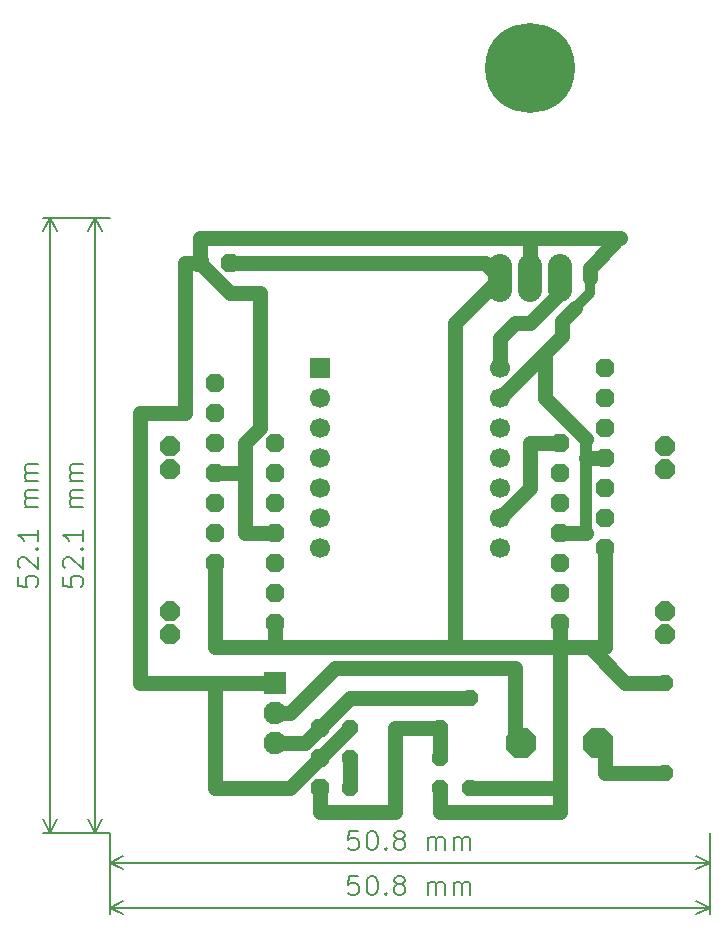
<source format=gbr>
%TF.GenerationSoftware,KiCad,Pcbnew,(6.0.8)*%
%TF.CreationDate,2023-06-23T13:52:40-05:00*%
%TF.ProjectId,uTerreSoRo_v4.1_bigger_pads_RSC,75546572-7265-4536-9f52-6f5f76342e31,rev?*%
%TF.SameCoordinates,Original*%
%TF.FileFunction,Copper,L1,Top*%
%TF.FilePolarity,Positive*%
%FSLAX46Y46*%
G04 Gerber Fmt 4.6, Leading zero omitted, Abs format (unit mm)*
G04 Created by KiCad (PCBNEW (6.0.8)) date 2023-06-23 13:52:40*
%MOMM*%
%LPD*%
G01*
G04 APERTURE LIST*
G04 Aperture macros list*
%AMOutline5P*
0 Free polygon, 5 corners , with rotation*
0 The origin of the aperture is its center*
0 number of corners: always 5*
0 $1 to $10 corner X, Y*
0 $11 Rotation angle, in degrees counterclockwise*
0 create outline with 5 corners*
4,1,5,$1,$2,$3,$4,$5,$6,$7,$8,$9,$10,$1,$2,$11*%
%AMOutline6P*
0 Free polygon, 6 corners , with rotation*
0 The origin of the aperture is its center*
0 number of corners: always 6*
0 $1 to $12 corner X, Y*
0 $13 Rotation angle, in degrees counterclockwise*
0 create outline with 6 corners*
4,1,6,$1,$2,$3,$4,$5,$6,$7,$8,$9,$10,$11,$12,$1,$2,$13*%
%AMOutline7P*
0 Free polygon, 7 corners , with rotation*
0 The origin of the aperture is its center*
0 number of corners: always 7*
0 $1 to $14 corner X, Y*
0 $15 Rotation angle, in degrees counterclockwise*
0 create outline with 7 corners*
4,1,7,$1,$2,$3,$4,$5,$6,$7,$8,$9,$10,$11,$12,$13,$14,$1,$2,$15*%
%AMOutline8P*
0 Free polygon, 8 corners , with rotation*
0 The origin of the aperture is its center*
0 number of corners: always 8*
0 $1 to $16 corner X, Y*
0 $17 Rotation angle, in degrees counterclockwise*
0 create outline with 8 corners*
4,1,8,$1,$2,$3,$4,$5,$6,$7,$8,$9,$10,$11,$12,$13,$14,$15,$16,$1,$2,$17*%
G04 Aperture macros list end*
%ADD10C,0.142240*%
%TA.AperFunction,NonConductor*%
%ADD11C,0.142240*%
%TD*%
%TA.AperFunction,NonConductor*%
%ADD12C,0.200000*%
%TD*%
%TA.AperFunction,ComponentPad*%
%ADD13Outline8P,-0.800100X0.331412X-0.331412X0.800100X0.331412X0.800100X0.800100X0.331412X0.800100X-0.331412X0.331412X-0.800100X-0.331412X-0.800100X-0.800100X-0.331412X0.000000*%
%TD*%
%TA.AperFunction,ComponentPad*%
%ADD14C,1.700000*%
%TD*%
%TA.AperFunction,ComponentPad*%
%ADD15R,1.700000X1.700000*%
%TD*%
%TA.AperFunction,ComponentPad*%
%ADD16C,7.620000*%
%TD*%
%TA.AperFunction,ComponentPad*%
%ADD17O,2.032000X4.064000*%
%TD*%
%TA.AperFunction,ComponentPad*%
%ADD18Outline8P,-0.660400X0.273547X-0.273547X0.660400X0.273547X0.660400X0.660400X0.273547X0.660400X-0.273547X0.273547X-0.660400X-0.273547X-0.660400X-0.660400X-0.273547X180.000000*%
%TD*%
%TA.AperFunction,ComponentPad*%
%ADD19Outline8P,-0.660400X0.273547X-0.273547X0.660400X0.273547X0.660400X0.660400X0.273547X0.660400X-0.273547X0.273547X-0.660400X-0.273547X-0.660400X-0.660400X-0.273547X0.000000*%
%TD*%
%TA.AperFunction,ComponentPad*%
%ADD20Outline8P,-0.660400X0.273547X-0.273547X0.660400X0.273547X0.660400X0.660400X0.273547X0.660400X-0.273547X0.273547X-0.660400X-0.273547X-0.660400X-0.660400X-0.273547X270.000000*%
%TD*%
%TA.AperFunction,ComponentPad*%
%ADD21Outline8P,-0.838200X0.347194X-0.347194X0.838200X0.347194X0.838200X0.838200X0.347194X0.838200X-0.347194X0.347194X-0.838200X-0.347194X-0.838200X-0.838200X-0.347194X90.000000*%
%TD*%
%TA.AperFunction,ComponentPad*%
%ADD22Outline8P,-0.660400X0.273547X-0.273547X0.660400X0.273547X0.660400X0.660400X0.273547X0.660400X-0.273547X0.273547X-0.660400X-0.273547X-0.660400X-0.660400X-0.273547X90.000000*%
%TD*%
%TA.AperFunction,ComponentPad*%
%ADD23Outline8P,-1.270000X0.526051X-0.526051X1.270000X0.526051X1.270000X1.270000X0.526051X1.270000X-0.526051X0.526051X-1.270000X-0.526051X-1.270000X-1.270000X-0.526051X0.000000*%
%TD*%
%TA.AperFunction,ComponentPad*%
%ADD24C,1.930400*%
%TD*%
%TA.AperFunction,ComponentPad*%
%ADD25R,1.930400X1.930400*%
%TD*%
%TA.AperFunction,Conductor*%
%ADD26C,1.270000*%
%TD*%
%TA.AperFunction,Conductor*%
%ADD27C,0.812800*%
%TD*%
%TA.AperFunction,Conductor*%
%ADD28C,1.016000*%
%TD*%
G04 APERTURE END LIST*
D10*
D11*
X119157326Y-109365626D02*
X119157326Y-110144560D01*
X119936260Y-110222453D01*
X119858366Y-110144560D01*
X119780473Y-109988773D01*
X119780473Y-109599306D01*
X119858366Y-109443520D01*
X119936260Y-109365626D01*
X120092046Y-109287733D01*
X120481513Y-109287733D01*
X120637300Y-109365626D01*
X120715193Y-109443520D01*
X120793086Y-109599306D01*
X120793086Y-109988773D01*
X120715193Y-110144560D01*
X120637300Y-110222453D01*
X119313113Y-108664586D02*
X119235220Y-108586693D01*
X119157326Y-108430906D01*
X119157326Y-108041440D01*
X119235220Y-107885653D01*
X119313113Y-107807760D01*
X119468900Y-107729866D01*
X119624686Y-107729866D01*
X119858366Y-107807760D01*
X120793086Y-108742480D01*
X120793086Y-107729866D01*
X120637300Y-107028826D02*
X120715193Y-106950933D01*
X120793086Y-107028826D01*
X120715193Y-107106720D01*
X120637300Y-107028826D01*
X120793086Y-107028826D01*
X120793086Y-105393066D02*
X120793086Y-106327786D01*
X120793086Y-105860426D02*
X119157326Y-105860426D01*
X119391006Y-106016213D01*
X119546793Y-106172000D01*
X119624686Y-106327786D01*
X120793086Y-103445733D02*
X119702580Y-103445733D01*
X119858366Y-103445733D02*
X119780473Y-103367840D01*
X119702580Y-103212053D01*
X119702580Y-102978373D01*
X119780473Y-102822586D01*
X119936260Y-102744693D01*
X120793086Y-102744693D01*
X119936260Y-102744693D02*
X119780473Y-102666800D01*
X119702580Y-102511013D01*
X119702580Y-102277333D01*
X119780473Y-102121546D01*
X119936260Y-102043653D01*
X120793086Y-102043653D01*
X120793086Y-101264720D02*
X119702580Y-101264720D01*
X119858366Y-101264720D02*
X119780473Y-101186826D01*
X119702580Y-101031040D01*
X119702580Y-100797360D01*
X119780473Y-100641573D01*
X119936260Y-100563680D01*
X120793086Y-100563680D01*
X119936260Y-100563680D02*
X119780473Y-100485786D01*
X119702580Y-100330000D01*
X119702580Y-100096320D01*
X119780473Y-99940533D01*
X119936260Y-99862640D01*
X120793086Y-99862640D01*
D12*
X123101100Y-131038600D02*
X121244680Y-131038600D01*
X123101100Y-78968600D02*
X121244680Y-78968600D01*
X121831100Y-131038600D02*
X121831100Y-78968600D01*
X121831100Y-131038600D02*
X121831100Y-78968600D01*
X121831100Y-131038600D02*
X122417521Y-129912096D01*
X121831100Y-131038600D02*
X121244679Y-129912096D01*
X121831100Y-78968600D02*
X121244679Y-80095104D01*
X121831100Y-78968600D02*
X122417521Y-80095104D01*
D10*
D11*
X144139073Y-130904826D02*
X143360140Y-130904826D01*
X143282246Y-131683760D01*
X143360140Y-131605866D01*
X143515926Y-131527973D01*
X143905393Y-131527973D01*
X144061180Y-131605866D01*
X144139073Y-131683760D01*
X144216966Y-131839546D01*
X144216966Y-132229013D01*
X144139073Y-132384800D01*
X144061180Y-132462693D01*
X143905393Y-132540586D01*
X143515926Y-132540586D01*
X143360140Y-132462693D01*
X143282246Y-132384800D01*
X145229580Y-130904826D02*
X145385366Y-130904826D01*
X145541153Y-130982720D01*
X145619046Y-131060613D01*
X145696940Y-131216400D01*
X145774833Y-131527973D01*
X145774833Y-131917440D01*
X145696940Y-132229013D01*
X145619046Y-132384800D01*
X145541153Y-132462693D01*
X145385366Y-132540586D01*
X145229580Y-132540586D01*
X145073793Y-132462693D01*
X144995900Y-132384800D01*
X144918006Y-132229013D01*
X144840113Y-131917440D01*
X144840113Y-131527973D01*
X144918006Y-131216400D01*
X144995900Y-131060613D01*
X145073793Y-130982720D01*
X145229580Y-130904826D01*
X146475873Y-132384800D02*
X146553766Y-132462693D01*
X146475873Y-132540586D01*
X146397980Y-132462693D01*
X146475873Y-132384800D01*
X146475873Y-132540586D01*
X147488486Y-131605866D02*
X147332700Y-131527973D01*
X147254806Y-131450080D01*
X147176913Y-131294293D01*
X147176913Y-131216400D01*
X147254806Y-131060613D01*
X147332700Y-130982720D01*
X147488486Y-130904826D01*
X147800060Y-130904826D01*
X147955846Y-130982720D01*
X148033740Y-131060613D01*
X148111633Y-131216400D01*
X148111633Y-131294293D01*
X148033740Y-131450080D01*
X147955846Y-131527973D01*
X147800060Y-131605866D01*
X147488486Y-131605866D01*
X147332700Y-131683760D01*
X147254806Y-131761653D01*
X147176913Y-131917440D01*
X147176913Y-132229013D01*
X147254806Y-132384800D01*
X147332700Y-132462693D01*
X147488486Y-132540586D01*
X147800060Y-132540586D01*
X147955846Y-132462693D01*
X148033740Y-132384800D01*
X148111633Y-132229013D01*
X148111633Y-131917440D01*
X148033740Y-131761653D01*
X147955846Y-131683760D01*
X147800060Y-131605866D01*
X150058966Y-132540586D02*
X150058966Y-131450080D01*
X150058966Y-131605866D02*
X150136860Y-131527973D01*
X150292646Y-131450080D01*
X150526326Y-131450080D01*
X150682113Y-131527973D01*
X150760006Y-131683760D01*
X150760006Y-132540586D01*
X150760006Y-131683760D02*
X150837900Y-131527973D01*
X150993686Y-131450080D01*
X151227366Y-131450080D01*
X151383153Y-131527973D01*
X151461046Y-131683760D01*
X151461046Y-132540586D01*
X152239980Y-132540586D02*
X152239980Y-131450080D01*
X152239980Y-131605866D02*
X152317873Y-131527973D01*
X152473660Y-131450080D01*
X152707340Y-131450080D01*
X152863126Y-131527973D01*
X152941020Y-131683760D01*
X152941020Y-132540586D01*
X152941020Y-131683760D02*
X153018913Y-131527973D01*
X153174700Y-131450080D01*
X153408380Y-131450080D01*
X153564166Y-131527973D01*
X153642060Y-131683760D01*
X153642060Y-132540586D01*
D12*
X123101100Y-131038600D02*
X123101100Y-134165020D01*
X173901100Y-131038600D02*
X173901100Y-134165020D01*
X123101100Y-133578600D02*
X173901100Y-133578600D01*
X123101100Y-133578600D02*
X173901100Y-133578600D01*
X123101100Y-133578600D02*
X124227604Y-134165021D01*
X123101100Y-133578600D02*
X124227604Y-132992179D01*
X173901100Y-133578600D02*
X172774596Y-132992179D01*
X173901100Y-133578600D02*
X172774596Y-134165021D01*
D10*
D11*
X115347326Y-109365626D02*
X115347326Y-110144560D01*
X116126260Y-110222453D01*
X116048366Y-110144560D01*
X115970473Y-109988773D01*
X115970473Y-109599306D01*
X116048366Y-109443520D01*
X116126260Y-109365626D01*
X116282046Y-109287733D01*
X116671513Y-109287733D01*
X116827300Y-109365626D01*
X116905193Y-109443520D01*
X116983086Y-109599306D01*
X116983086Y-109988773D01*
X116905193Y-110144560D01*
X116827300Y-110222453D01*
X115503113Y-108664586D02*
X115425220Y-108586693D01*
X115347326Y-108430906D01*
X115347326Y-108041440D01*
X115425220Y-107885653D01*
X115503113Y-107807760D01*
X115658900Y-107729866D01*
X115814686Y-107729866D01*
X116048366Y-107807760D01*
X116983086Y-108742480D01*
X116983086Y-107729866D01*
X116827300Y-107028826D02*
X116905193Y-106950933D01*
X116983086Y-107028826D01*
X116905193Y-107106720D01*
X116827300Y-107028826D01*
X116983086Y-107028826D01*
X116983086Y-105393066D02*
X116983086Y-106327786D01*
X116983086Y-105860426D02*
X115347326Y-105860426D01*
X115581006Y-106016213D01*
X115736793Y-106172000D01*
X115814686Y-106327786D01*
X116983086Y-103445733D02*
X115892580Y-103445733D01*
X116048366Y-103445733D02*
X115970473Y-103367840D01*
X115892580Y-103212053D01*
X115892580Y-102978373D01*
X115970473Y-102822586D01*
X116126260Y-102744693D01*
X116983086Y-102744693D01*
X116126260Y-102744693D02*
X115970473Y-102666800D01*
X115892580Y-102511013D01*
X115892580Y-102277333D01*
X115970473Y-102121546D01*
X116126260Y-102043653D01*
X116983086Y-102043653D01*
X116983086Y-101264720D02*
X115892580Y-101264720D01*
X116048366Y-101264720D02*
X115970473Y-101186826D01*
X115892580Y-101031040D01*
X115892580Y-100797360D01*
X115970473Y-100641573D01*
X116126260Y-100563680D01*
X116983086Y-100563680D01*
X116126260Y-100563680D02*
X115970473Y-100485786D01*
X115892580Y-100330000D01*
X115892580Y-100096320D01*
X115970473Y-99940533D01*
X116126260Y-99862640D01*
X116983086Y-99862640D01*
D12*
X123101100Y-131038600D02*
X117434680Y-131038600D01*
X123101100Y-78968600D02*
X117434680Y-78968600D01*
X118021100Y-131038600D02*
X118021100Y-78968600D01*
X118021100Y-131038600D02*
X118021100Y-78968600D01*
X118021100Y-131038600D02*
X118607521Y-129912096D01*
X118021100Y-131038600D02*
X117434679Y-129912096D01*
X118021100Y-78968600D02*
X117434679Y-80095104D01*
X118021100Y-78968600D02*
X118607521Y-80095104D01*
D10*
D11*
X144139073Y-134714826D02*
X143360140Y-134714826D01*
X143282246Y-135493760D01*
X143360140Y-135415866D01*
X143515926Y-135337973D01*
X143905393Y-135337973D01*
X144061180Y-135415866D01*
X144139073Y-135493760D01*
X144216966Y-135649546D01*
X144216966Y-136039013D01*
X144139073Y-136194800D01*
X144061180Y-136272693D01*
X143905393Y-136350586D01*
X143515926Y-136350586D01*
X143360140Y-136272693D01*
X143282246Y-136194800D01*
X145229580Y-134714826D02*
X145385366Y-134714826D01*
X145541153Y-134792720D01*
X145619046Y-134870613D01*
X145696940Y-135026400D01*
X145774833Y-135337973D01*
X145774833Y-135727440D01*
X145696940Y-136039013D01*
X145619046Y-136194800D01*
X145541153Y-136272693D01*
X145385366Y-136350586D01*
X145229580Y-136350586D01*
X145073793Y-136272693D01*
X144995900Y-136194800D01*
X144918006Y-136039013D01*
X144840113Y-135727440D01*
X144840113Y-135337973D01*
X144918006Y-135026400D01*
X144995900Y-134870613D01*
X145073793Y-134792720D01*
X145229580Y-134714826D01*
X146475873Y-136194800D02*
X146553766Y-136272693D01*
X146475873Y-136350586D01*
X146397980Y-136272693D01*
X146475873Y-136194800D01*
X146475873Y-136350586D01*
X147488486Y-135415866D02*
X147332700Y-135337973D01*
X147254806Y-135260080D01*
X147176913Y-135104293D01*
X147176913Y-135026400D01*
X147254806Y-134870613D01*
X147332700Y-134792720D01*
X147488486Y-134714826D01*
X147800060Y-134714826D01*
X147955846Y-134792720D01*
X148033740Y-134870613D01*
X148111633Y-135026400D01*
X148111633Y-135104293D01*
X148033740Y-135260080D01*
X147955846Y-135337973D01*
X147800060Y-135415866D01*
X147488486Y-135415866D01*
X147332700Y-135493760D01*
X147254806Y-135571653D01*
X147176913Y-135727440D01*
X147176913Y-136039013D01*
X147254806Y-136194800D01*
X147332700Y-136272693D01*
X147488486Y-136350586D01*
X147800060Y-136350586D01*
X147955846Y-136272693D01*
X148033740Y-136194800D01*
X148111633Y-136039013D01*
X148111633Y-135727440D01*
X148033740Y-135571653D01*
X147955846Y-135493760D01*
X147800060Y-135415866D01*
X150058966Y-136350586D02*
X150058966Y-135260080D01*
X150058966Y-135415866D02*
X150136860Y-135337973D01*
X150292646Y-135260080D01*
X150526326Y-135260080D01*
X150682113Y-135337973D01*
X150760006Y-135493760D01*
X150760006Y-136350586D01*
X150760006Y-135493760D02*
X150837900Y-135337973D01*
X150993686Y-135260080D01*
X151227366Y-135260080D01*
X151383153Y-135337973D01*
X151461046Y-135493760D01*
X151461046Y-136350586D01*
X152239980Y-136350586D02*
X152239980Y-135260080D01*
X152239980Y-135415866D02*
X152317873Y-135337973D01*
X152473660Y-135260080D01*
X152707340Y-135260080D01*
X152863126Y-135337973D01*
X152941020Y-135493760D01*
X152941020Y-136350586D01*
X152941020Y-135493760D02*
X153018913Y-135337973D01*
X153174700Y-135260080D01*
X153408380Y-135260080D01*
X153564166Y-135337973D01*
X153642060Y-135493760D01*
X153642060Y-136350586D01*
D12*
X123101100Y-131038600D02*
X123101100Y-137975020D01*
X173901100Y-131038600D02*
X173901100Y-137975020D01*
X123101100Y-137388600D02*
X173901100Y-137388600D01*
X123101100Y-137388600D02*
X173901100Y-137388600D01*
X123101100Y-137388600D02*
X124227604Y-137975021D01*
X123101100Y-137388600D02*
X124227604Y-136802179D01*
X173901100Y-137388600D02*
X172774596Y-136802179D01*
X173901100Y-137388600D02*
X172774596Y-137975021D01*
D13*
%TO.P,PAD37,1*%
%TO.N,VCC*%
X133261100Y-82778600D03*
%TD*%
%TO.P,PAD38,1*%
%TO.N,GND*%
X130721100Y-82778600D03*
%TD*%
D14*
%TO.P,U1,14*%
%TO.N,VCC5V*%
X156121100Y-91668600D03*
%TO.P,U1,13*%
%TO.N,GND*%
X156121100Y-94208600D03*
%TO.P,U1,12*%
%TO.N,N/C*%
X156121100Y-96748600D03*
%TO.P,U1,11*%
%TO.N,IN7*%
X156121100Y-99288600D03*
%TO.P,U1,10*%
%TO.N,IN8*%
X156121100Y-101828600D03*
%TO.P,U1,9*%
%TO.N,IN5*%
X156121100Y-104368600D03*
%TO.P,U1,8*%
%TO.N,IN6*%
X156121100Y-106908600D03*
%TO.P,U1,7*%
%TO.N,N/C*%
X140881100Y-106908600D03*
%TO.P,U1,6*%
%TO.N,SCL*%
X140881100Y-104368600D03*
%TO.P,U1,5*%
%TO.N,SDA*%
X140881100Y-101828600D03*
%TO.P,U1,4*%
%TO.N,IN4*%
X140881100Y-99288600D03*
%TO.P,U1,3*%
%TO.N,IN3*%
X140881100Y-96748600D03*
%TO.P,U1,2*%
%TO.N,IN2*%
X140881100Y-94208600D03*
D15*
%TO.P,U1,1*%
%TO.N,IN1*%
X140881100Y-91668600D03*
%TD*%
D16*
%TO.P,U2,HEAT*%
%TO.N,GND*%
X158661100Y-66268600D03*
D17*
%TO.P,U2,3*%
%TO.N,VCC5V*%
X161201100Y-84048600D03*
%TO.P,U2,2*%
%TO.N,GND*%
X158661100Y-84048600D03*
%TO.P,U2,1*%
%TO.N,VCC*%
X156121100Y-84048600D03*
%TD*%
D13*
%TO.P,PAD39,1*%
%TO.N,VOUT*%
X140881100Y-122148600D03*
%TD*%
%TO.P,PAD40,1*%
%TO.N,GND*%
X140881100Y-124688600D03*
%TD*%
%TO.P,PAD41,1*%
%TO.N,REFV*%
X140881100Y-127228600D03*
%TD*%
D18*
%TO.P,R1,2*%
%TO.N,GND*%
X143421100Y-122148600D03*
%TO.P,R1,1*%
%TO.N,REFV*%
X151041100Y-122148600D03*
%TD*%
D19*
%TO.P,R2,2*%
%TO.N,VCC*%
X151041100Y-127228600D03*
%TO.P,R2,1*%
%TO.N,SERIES*%
X143421100Y-127228600D03*
%TD*%
%TO.P,R3,2*%
%TO.N,REFV*%
X151041100Y-124688600D03*
%TO.P,R3,1*%
%TO.N,SERIES*%
X143421100Y-124688600D03*
%TD*%
D20*
%TO.P,R4,2*%
%TO.N,VCC*%
X153581100Y-127228600D03*
%TO.P,R4,1*%
%TO.N,VOUT*%
X153581100Y-119608600D03*
%TD*%
D21*
%TO.P,P1,1*%
%TO.N,GNDM1*%
X128181100Y-98288600D03*
%TO.P,P1,2*%
%TO.N,VCCM1*%
X128181100Y-100288600D03*
%TD*%
%TO.P,P2,1*%
%TO.N,GNDM2*%
X128181100Y-112258600D03*
%TO.P,P2,2*%
%TO.N,VCCM2*%
X128181100Y-114258600D03*
%TD*%
%TO.P,P3,1*%
%TO.N,GNDM3*%
X170091100Y-112258600D03*
%TO.P,P3,2*%
%TO.N,VCCM3*%
X170091100Y-114258600D03*
%TD*%
%TO.P,P4,1*%
%TO.N,GNDM4*%
X170091100Y-98288600D03*
%TO.P,P4,2*%
%TO.N,VCCM4*%
X170091100Y-100288600D03*
%TD*%
D22*
%TO.P,R5,2*%
%TO.N,VCC*%
X170091100Y-118338600D03*
%TO.P,R5,1*%
%TO.N,BPOS*%
X170091100Y-125958600D03*
%TD*%
D23*
%TO.P,SP1,2*%
%TO.N,BPOS*%
X164452300Y-123418600D03*
%TO.P,SP1,1*%
%TO.N,DRAIN*%
X157949900Y-123418600D03*
%TD*%
D24*
%TO.P,Q1,3*%
%TO.N,VOUT*%
X137071100Y-123418600D03*
%TO.P,Q1,2*%
%TO.N,DRAIN*%
X137071100Y-120878600D03*
D25*
%TO.P,Q1,1*%
%TO.N,GND*%
X137071100Y-118338600D03*
%TD*%
D13*
%TO.P,PAD29,1*%
%TO.N,VCC*%
X131991100Y-108178600D03*
%TD*%
%TO.P,PAD30,1*%
%TO.N,N/C*%
X131991100Y-105638600D03*
%TD*%
%TO.P,PAD31,1*%
%TO.N,VCCM1*%
X131991100Y-103098600D03*
%TD*%
%TO.P,PAD32,1*%
%TO.N,GND*%
X131991100Y-100558600D03*
%TD*%
%TO.P,PAD33,1*%
%TO.N,GNDM1*%
X131991100Y-98018600D03*
%TD*%
%TO.P,PAD34,1*%
%TO.N,IN2*%
X131991100Y-95478600D03*
%TD*%
%TO.P,PAD35,1*%
%TO.N,IN1*%
X131991100Y-92938600D03*
%TD*%
%TO.P,PAD36,1*%
%TO.N,IN3*%
X137071100Y-98018600D03*
%TD*%
%TO.P,PAD42,1*%
%TO.N,IN4*%
X137071100Y-100558600D03*
%TD*%
%TO.P,PAD43,1*%
%TO.N,GNDM2*%
X137071100Y-103098600D03*
%TD*%
%TO.P,PAD44,1*%
%TO.N,GND*%
X137071100Y-105638600D03*
%TD*%
%TO.P,PAD45,1*%
%TO.N,VCCM2*%
X137071100Y-108178600D03*
%TD*%
%TO.P,PAD46,1*%
%TO.N,N/C*%
X137071100Y-110718600D03*
%TD*%
%TO.P,PAD47,1*%
%TO.N,VCC*%
X137071100Y-113258600D03*
%TD*%
%TO.P,PAD48,1*%
%TO.N,VCC*%
X161201100Y-113258600D03*
%TD*%
%TO.P,PAD49,1*%
%TO.N,N/C*%
X161201100Y-110718600D03*
%TD*%
%TO.P,PAD50,1*%
%TO.N,VCCM3*%
X161201100Y-108178600D03*
%TD*%
%TO.P,PAD51,1*%
%TO.N,GND*%
X161201100Y-105638600D03*
%TD*%
%TO.P,PAD52,1*%
%TO.N,GNDM3*%
X161201100Y-103098600D03*
%TD*%
%TO.P,PAD53,1*%
%TO.N,IN6*%
X161201100Y-100558600D03*
%TD*%
%TO.P,PAD54,1*%
%TO.N,IN5*%
X161201100Y-98018600D03*
%TD*%
%TO.P,PAD55,1*%
%TO.N,IN7*%
X165011100Y-91668600D03*
%TD*%
%TO.P,PAD56,1*%
%TO.N,IN8*%
X165011100Y-94208600D03*
%TD*%
%TO.P,PAD57,1*%
%TO.N,GNDM4*%
X165011100Y-96748600D03*
%TD*%
%TO.P,PAD58,1*%
%TO.N,GND*%
X165011100Y-99288600D03*
%TD*%
%TO.P,PAD59,1*%
%TO.N,VCCM4*%
X165011100Y-101828600D03*
%TD*%
%TO.P,PAD60,1*%
%TO.N,N/C*%
X165011100Y-104368600D03*
%TD*%
%TO.P,PAD61,1*%
%TO.N,VCC*%
X165011100Y-106908600D03*
%TD*%
D26*
%TO.N,DRAIN*%
X138341100Y-120878600D02*
X137071100Y-120878600D01*
X142151100Y-117068600D02*
X138341100Y-120878600D01*
X157391100Y-117068600D02*
X142151100Y-117068600D01*
X157391100Y-122859800D02*
X157391100Y-117068600D01*
X157949900Y-123418600D02*
X157391100Y-122859800D01*
%TO.N,BPOS*%
X165011100Y-125958600D02*
X170091100Y-125958600D01*
X165011100Y-123977400D02*
X165011100Y-125958600D01*
X164452300Y-123418600D02*
X165011100Y-123977400D01*
%TO.N,SERIES*%
X143421100Y-124688600D02*
X143421100Y-127228600D01*
%TO.N,REFV*%
X147231100Y-122148600D02*
X151041100Y-122148600D01*
X147231100Y-129311400D02*
X147231100Y-122148600D01*
X140881100Y-129311400D02*
X147231100Y-129311400D01*
X140881100Y-127228600D02*
X140881100Y-129311400D01*
X151041100Y-122148600D02*
X151041100Y-124688600D01*
%TO.N,VOUT*%
X139611100Y-123418600D02*
X140881100Y-122148600D01*
X137071100Y-123418600D02*
X139611100Y-123418600D01*
X143421100Y-119608600D02*
X140881100Y-122148600D01*
X153581100Y-119608600D02*
X143421100Y-119608600D01*
%TO.N,VCC5V*%
X161201100Y-85318600D02*
X161201100Y-84048600D01*
X158661100Y-87858600D02*
X161201100Y-85318600D01*
X157391100Y-87858600D02*
X158661100Y-87858600D01*
X156121100Y-89128600D02*
X157391100Y-87858600D01*
X156121100Y-91668600D02*
X156121100Y-89128600D01*
%TO.N,IN5*%
X158661100Y-98018600D02*
X161201100Y-98018600D01*
X158661100Y-101828600D02*
X158661100Y-98018600D01*
X156121100Y-104368600D02*
X158661100Y-101828600D01*
%TO.N,VCC*%
X165011100Y-106908600D02*
X165011100Y-115341400D01*
X161201100Y-113258600D02*
X161201100Y-115341400D01*
X137071100Y-113258600D02*
X137071100Y-115341400D01*
X131991100Y-108178600D02*
X131991100Y-115341400D01*
X161201100Y-127228600D02*
X153581100Y-127228600D01*
X151041100Y-129311400D02*
X151041100Y-127228600D01*
X161201100Y-129311400D02*
X151041100Y-129311400D01*
X161201100Y-127228600D02*
X161201100Y-129311400D01*
X161201100Y-115341400D02*
X161201100Y-127228600D01*
X154851100Y-82778600D02*
X156121100Y-84048600D01*
X133261100Y-82778600D02*
X154851100Y-82778600D01*
X166738300Y-118338600D02*
X163741100Y-115341400D01*
X170091100Y-118338600D02*
X166738300Y-118338600D01*
X152311100Y-115341400D02*
X152311100Y-87858600D01*
X165011100Y-115341400D02*
X163741100Y-115341400D01*
X161201100Y-115341400D02*
X163741100Y-115341400D01*
X152311100Y-115341400D02*
X161201100Y-115341400D01*
X137071100Y-115341400D02*
X131991100Y-115341400D01*
X152311100Y-115341400D02*
X137071100Y-115341400D01*
X152311100Y-87858600D02*
X156121100Y-84048600D01*
%TO.N,GND*%
X165011100Y-99288600D02*
X163423600Y-99288600D01*
X161201100Y-105638600D02*
X163423600Y-105638600D01*
X134531100Y-105638600D02*
X134531100Y-100558600D01*
X137071100Y-105638600D02*
X134531100Y-105638600D01*
X131991100Y-100558600D02*
X134531100Y-100558600D01*
X129451100Y-82778600D02*
X130721100Y-82778600D01*
X129451100Y-95478600D02*
X129451100Y-82778600D01*
X125641100Y-95478600D02*
X129451100Y-95478600D01*
X125641100Y-118338600D02*
X125641100Y-95478600D01*
X131991100Y-127228600D02*
X131991100Y-118338600D01*
X138341100Y-127228600D02*
X131991100Y-127228600D01*
X140881100Y-124688600D02*
X138341100Y-127228600D01*
X143421100Y-122148600D02*
X140881100Y-124688600D01*
X131991100Y-118338600D02*
X125641100Y-118338600D01*
X137071100Y-118338600D02*
X131991100Y-118338600D01*
X165823900Y-81153000D02*
X165823900Y-80695800D01*
X163741100Y-83235800D02*
X165823900Y-81153000D01*
X163741100Y-84048600D02*
X163741100Y-83235800D01*
D27*
X163741100Y-85318600D02*
X163741100Y-84048600D01*
X162471100Y-86588600D02*
X163741100Y-85318600D01*
D26*
X161353500Y-87706200D02*
X162471100Y-86588600D01*
X133261100Y-85318600D02*
X135801100Y-85318600D01*
X130721100Y-82778600D02*
X133261100Y-85318600D01*
X161353500Y-88976200D02*
X161353500Y-87706200D01*
X159931100Y-90398600D02*
X161353500Y-88976200D01*
D28*
X163423600Y-99288600D02*
X163423600Y-97701100D01*
X163423600Y-105638600D02*
X163423600Y-99288600D01*
D26*
X163423600Y-97701100D02*
X159931100Y-94208600D01*
X159931100Y-94208600D02*
X159931100Y-90398600D01*
X156121100Y-94208600D02*
X159931100Y-90398600D01*
X165823900Y-80695800D02*
X166281100Y-80695800D01*
X158661100Y-80695800D02*
X165823900Y-80695800D01*
X158661100Y-80695800D02*
X158661100Y-84048600D01*
X130721100Y-80695800D02*
X158661100Y-80695800D01*
X134531100Y-100558600D02*
X134531100Y-98018600D01*
X135801100Y-85318600D02*
X135801100Y-96748600D01*
X135801100Y-96748600D02*
X134531100Y-98018600D01*
X130721100Y-82778600D02*
X130721100Y-80695800D01*
%TD*%
M02*

</source>
